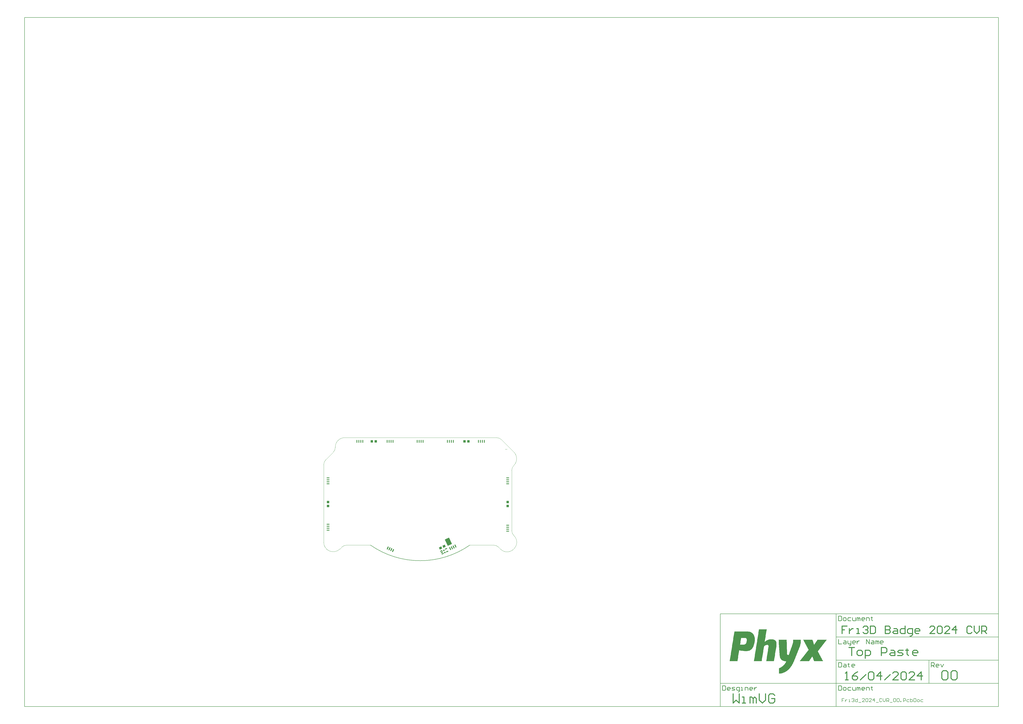
<source format=gtp>
G04*
G04 #@! TF.GenerationSoftware,Altium Limited,Altium Designer,24.4.1 (13)*
G04*
G04 Layer_Color=8421504*
%FSLAX25Y25*%
%MOIN*%
G70*
G04*
G04 #@! TF.SameCoordinates,89CB3089-6BD8-41CF-BEDE-02629DB89CB6*
G04*
G04*
G04 #@! TF.FilePolarity,Positive*
G04*
G01*
G75*
%ADD10C,0.00787*%
%ADD11C,0.00591*%
%ADD12C,0.00394*%
%ADD13C,0.01575*%
%ADD14C,0.00984*%
%ADD15R,0.03937X0.04331*%
G04:AMPARAMS|DCode=16|XSize=15.75mil|YSize=35.43mil|CornerRadius=0mil|HoleSize=0mil|Usage=FLASHONLY|Rotation=295.000|XOffset=0mil|YOffset=0mil|HoleType=Round|Shape=Rectangle|*
%AMROTATEDRECTD16*
4,1,4,-0.01938,-0.00035,0.01273,0.01462,0.01938,0.00035,-0.01273,-0.01462,-0.01938,-0.00035,0.0*
%
%ADD16ROTATEDRECTD16*%

G04:AMPARAMS|DCode=17|XSize=19.68mil|YSize=23.62mil|CornerRadius=0mil|HoleSize=0mil|Usage=FLASHONLY|Rotation=115.000|XOffset=0mil|YOffset=0mil|HoleType=Round|Shape=Rectangle|*
%AMROTATEDRECTD17*
4,1,4,0.01486,-0.00393,-0.00655,-0.01391,-0.01486,0.00393,0.00655,0.01391,0.01486,-0.00393,0.0*
%
%ADD17ROTATEDRECTD17*%

G04:AMPARAMS|DCode=18|XSize=39.37mil|YSize=43.31mil|CornerRadius=0mil|HoleSize=0mil|Usage=FLASHONLY|Rotation=295.000|XOffset=0mil|YOffset=0mil|HoleType=Round|Shape=Rectangle|*
%AMROTATEDRECTD18*
4,1,4,-0.02794,0.00869,0.01131,0.02699,0.02794,-0.00869,-0.01131,-0.02699,-0.02794,0.00869,0.0*
%
%ADD18ROTATEDRECTD18*%

G04:AMPARAMS|DCode=19|XSize=51.18mil|YSize=16.54mil|CornerRadius=0mil|HoleSize=0mil|Usage=FLASHONLY|Rotation=65.000|XOffset=0mil|YOffset=0mil|HoleType=Round|Shape=Rectangle|*
%AMROTATEDRECTD19*
4,1,4,-0.00332,-0.02669,-0.01831,-0.01970,0.00332,0.02669,0.01831,0.01970,-0.00332,-0.02669,0.0*
%
%ADD19ROTATEDRECTD19*%

%ADD20R,0.04331X0.03937*%
G04:AMPARAMS|DCode=21|XSize=118.11mil|YSize=78.74mil|CornerRadius=3.94mil|HoleSize=0mil|Usage=FLASHONLY|Rotation=295.000|XOffset=0mil|YOffset=0mil|HoleType=Round|Shape=RoundedRectangle|*
%AMROUNDEDRECTD21*
21,1,0.11811,0.07087,0,0,295.0*
21,1,0.11024,0.07874,0,0,295.0*
1,1,0.00787,-0.00882,-0.06493*
1,1,0.00787,-0.05541,0.03498*
1,1,0.00787,0.00882,0.06493*
1,1,0.00787,0.05541,-0.03498*
%
%ADD21ROUNDEDRECTD21*%
%ADD22R,0.05118X0.01654*%
%ADD23R,0.01654X0.05118*%
G04:AMPARAMS|DCode=24|XSize=51.18mil|YSize=16.54mil|CornerRadius=0mil|HoleSize=0mil|Usage=FLASHONLY|Rotation=115.000|XOffset=0mil|YOffset=0mil|HoleType=Round|Shape=Rectangle|*
%AMROTATEDRECTD24*
4,1,4,0.01831,-0.01970,0.00332,-0.02669,-0.01831,0.01970,-0.00332,0.02669,0.01831,-0.01970,0.0*
%
%ADD24ROTATEDRECTD24*%

G36*
X557241Y-114219D02*
X558959D01*
Y-114506D01*
X559818D01*
Y-114792D01*
X560676D01*
Y-115078D01*
X561535D01*
Y-115365D01*
X562108D01*
Y-115651D01*
X562394D01*
Y-115937D01*
X562967D01*
Y-116224D01*
X563253D01*
Y-116510D01*
X563826D01*
Y-116796D01*
X564112D01*
Y-117083D01*
X564398D01*
Y-117369D01*
X564685D01*
Y-117655D01*
X564971D01*
Y-117941D01*
X565258D01*
Y-118228D01*
X565544D01*
Y-118514D01*
Y-118800D01*
X565830D01*
Y-119087D01*
X566116D01*
Y-119373D01*
Y-119659D01*
X566403D01*
Y-119946D01*
X566689D01*
Y-120232D01*
Y-120518D01*
X566975D01*
Y-120805D01*
Y-121091D01*
Y-121377D01*
X567262D01*
Y-121663D01*
Y-121950D01*
Y-122236D01*
X567548D01*
Y-122522D01*
Y-122809D01*
Y-123095D01*
Y-123381D01*
X567834D01*
Y-123668D01*
Y-123954D01*
Y-124240D01*
Y-124527D01*
Y-124813D01*
X568121D01*
Y-125099D01*
Y-125385D01*
Y-125672D01*
Y-125958D01*
Y-126244D01*
Y-126531D01*
Y-126817D01*
Y-127103D01*
Y-127390D01*
Y-127676D01*
Y-127962D01*
Y-128249D01*
Y-128535D01*
Y-128821D01*
Y-129108D01*
Y-129394D01*
Y-129680D01*
Y-129966D01*
Y-130253D01*
Y-130539D01*
X567834D01*
Y-130825D01*
Y-131112D01*
Y-131398D01*
Y-131684D01*
Y-131971D01*
Y-132257D01*
Y-132543D01*
X567548D01*
Y-132830D01*
Y-133116D01*
Y-133402D01*
Y-133689D01*
Y-133975D01*
X567262D01*
Y-134261D01*
Y-134547D01*
Y-134834D01*
Y-135120D01*
Y-135406D01*
X566975D01*
Y-135693D01*
Y-135979D01*
Y-136265D01*
X566689D01*
Y-136552D01*
Y-136838D01*
Y-137124D01*
Y-137411D01*
X566403D01*
Y-137697D01*
Y-137983D01*
Y-138270D01*
X566116D01*
Y-138556D01*
Y-138842D01*
X565830D01*
Y-139128D01*
Y-139415D01*
Y-139701D01*
X565544D01*
Y-139988D01*
Y-140274D01*
X565258D01*
Y-140560D01*
Y-140846D01*
X564971D01*
Y-141133D01*
Y-141419D01*
X564685D01*
Y-141705D01*
X564398D01*
Y-141992D01*
Y-142278D01*
X564112D01*
Y-142564D01*
X563826D01*
Y-142851D01*
X563540D01*
Y-143137D01*
Y-143423D01*
X563253D01*
Y-143710D01*
X562967D01*
Y-143996D01*
X562681D01*
Y-144282D01*
X562394D01*
Y-144569D01*
X562108D01*
Y-144855D01*
X561535D01*
Y-145141D01*
X561249D01*
Y-145427D01*
X560676D01*
Y-145714D01*
X560390D01*
Y-146000D01*
X559818D01*
Y-146286D01*
X558959D01*
Y-146573D01*
X558100D01*
Y-146859D01*
X557241D01*
Y-147145D01*
X555523D01*
Y-147432D01*
X550369D01*
Y-147145D01*
X547792D01*
Y-146859D01*
X545788D01*
Y-146573D01*
X544357D01*
Y-146286D01*
X542925D01*
Y-146000D01*
X541494D01*
Y-146286D01*
Y-146573D01*
Y-146859D01*
Y-147145D01*
Y-147432D01*
Y-147718D01*
Y-148004D01*
X541207D01*
Y-148291D01*
Y-148577D01*
Y-148863D01*
Y-149150D01*
Y-149436D01*
Y-149722D01*
X540921D01*
Y-150008D01*
Y-150295D01*
Y-150581D01*
Y-150867D01*
Y-151154D01*
Y-151440D01*
X540635D01*
Y-151726D01*
Y-152013D01*
Y-152299D01*
Y-152585D01*
Y-152872D01*
Y-153158D01*
Y-153444D01*
X540348D01*
Y-153730D01*
Y-154017D01*
Y-154303D01*
Y-154589D01*
Y-154876D01*
Y-155162D01*
X540062D01*
Y-155448D01*
Y-155735D01*
Y-156021D01*
Y-156307D01*
Y-156594D01*
Y-156880D01*
X539776D01*
Y-157166D01*
Y-157453D01*
Y-157739D01*
Y-158025D01*
Y-158311D01*
Y-158598D01*
Y-158884D01*
X539489D01*
Y-159170D01*
Y-159457D01*
Y-159743D01*
Y-160029D01*
Y-160316D01*
Y-160602D01*
X539203D01*
Y-160888D01*
Y-161175D01*
Y-161461D01*
Y-161747D01*
Y-162034D01*
Y-162320D01*
X538917D01*
Y-162606D01*
Y-162892D01*
Y-163179D01*
Y-163465D01*
Y-163751D01*
Y-164038D01*
Y-164324D01*
X525460D01*
Y-164038D01*
X525746D01*
Y-163751D01*
Y-163465D01*
Y-163179D01*
Y-162892D01*
Y-162606D01*
X526033D01*
Y-162320D01*
Y-162034D01*
Y-161747D01*
Y-161461D01*
Y-161175D01*
Y-160888D01*
Y-160602D01*
X526319D01*
Y-160316D01*
Y-160029D01*
Y-159743D01*
Y-159457D01*
Y-159170D01*
Y-158884D01*
X526605D01*
Y-158598D01*
Y-158311D01*
Y-158025D01*
Y-157739D01*
Y-157453D01*
Y-157166D01*
X526892D01*
Y-156880D01*
Y-156594D01*
Y-156307D01*
Y-156021D01*
Y-155735D01*
Y-155448D01*
Y-155162D01*
X527178D01*
Y-154876D01*
Y-154589D01*
Y-154303D01*
Y-154017D01*
Y-153730D01*
Y-153444D01*
X527464D01*
Y-153158D01*
Y-152872D01*
Y-152585D01*
Y-152299D01*
Y-152013D01*
Y-151726D01*
X527750D01*
Y-151440D01*
Y-151154D01*
Y-150867D01*
Y-150581D01*
Y-150295D01*
Y-150008D01*
X528037D01*
Y-149722D01*
Y-149436D01*
Y-149150D01*
Y-148863D01*
Y-148577D01*
Y-148291D01*
Y-148004D01*
X528323D01*
Y-147718D01*
Y-147432D01*
Y-147145D01*
Y-146859D01*
Y-146573D01*
Y-146286D01*
X528609D01*
Y-146000D01*
Y-145714D01*
Y-145427D01*
Y-145141D01*
Y-144855D01*
Y-144569D01*
X528896D01*
Y-144282D01*
Y-143996D01*
Y-143710D01*
Y-143423D01*
Y-143137D01*
Y-142851D01*
X529182D01*
Y-142564D01*
Y-142278D01*
Y-141992D01*
Y-141705D01*
Y-141419D01*
Y-141133D01*
Y-140846D01*
X529468D01*
Y-140560D01*
Y-140274D01*
Y-139988D01*
Y-139701D01*
Y-139415D01*
Y-139128D01*
X529755D01*
Y-138842D01*
Y-138556D01*
Y-138270D01*
Y-137983D01*
Y-137697D01*
Y-137411D01*
X530041D01*
Y-137124D01*
Y-136838D01*
Y-136552D01*
Y-136265D01*
Y-135979D01*
Y-135693D01*
Y-135406D01*
X530327D01*
Y-135120D01*
Y-134834D01*
Y-134547D01*
Y-134261D01*
Y-133975D01*
Y-133689D01*
X530614D01*
Y-133402D01*
Y-133116D01*
Y-132830D01*
Y-132543D01*
Y-132257D01*
Y-131971D01*
X530900D01*
Y-131684D01*
Y-131398D01*
Y-131112D01*
Y-130825D01*
Y-130539D01*
Y-130253D01*
X531186D01*
Y-129966D01*
Y-129680D01*
Y-129394D01*
Y-129108D01*
Y-128821D01*
Y-128535D01*
Y-128249D01*
X531473D01*
Y-127962D01*
Y-127676D01*
Y-127390D01*
Y-127103D01*
Y-126817D01*
Y-126531D01*
X531759D01*
Y-126244D01*
Y-125958D01*
Y-125672D01*
Y-125385D01*
Y-125099D01*
Y-124813D01*
X532045D01*
Y-124527D01*
Y-124240D01*
Y-123954D01*
Y-123668D01*
Y-123381D01*
Y-123095D01*
Y-122809D01*
X532332D01*
Y-122522D01*
Y-122236D01*
Y-121950D01*
Y-121663D01*
Y-121377D01*
Y-121091D01*
X532618D01*
Y-120805D01*
Y-120518D01*
Y-120232D01*
Y-119946D01*
Y-119659D01*
Y-119373D01*
X532904D01*
Y-119087D01*
Y-118800D01*
Y-118514D01*
Y-118228D01*
Y-117941D01*
Y-117655D01*
Y-117369D01*
X533190D01*
Y-117083D01*
Y-116796D01*
Y-116510D01*
Y-116224D01*
Y-115937D01*
Y-115651D01*
X533477D01*
Y-115365D01*
Y-115078D01*
Y-114792D01*
Y-114506D01*
Y-114219D01*
Y-113933D01*
X557241D01*
Y-114219D01*
D02*
G37*
G36*
X588449Y-110784D02*
Y-111070D01*
X588163D01*
Y-111356D01*
Y-111643D01*
Y-111929D01*
Y-112215D01*
Y-112501D01*
Y-112788D01*
X587876D01*
Y-113074D01*
Y-113360D01*
Y-113647D01*
Y-113933D01*
Y-114219D01*
Y-114506D01*
X587590D01*
Y-114792D01*
Y-115078D01*
Y-115365D01*
Y-115651D01*
Y-115937D01*
Y-116224D01*
Y-116510D01*
X587304D01*
Y-116796D01*
Y-117083D01*
Y-117369D01*
Y-117655D01*
Y-117941D01*
Y-118228D01*
X587017D01*
Y-118514D01*
Y-118800D01*
Y-119087D01*
Y-119373D01*
Y-119659D01*
Y-119946D01*
X586731D01*
Y-120232D01*
Y-120518D01*
Y-120805D01*
Y-121091D01*
Y-121377D01*
Y-121663D01*
Y-121950D01*
X586445D01*
Y-122236D01*
Y-122522D01*
Y-122809D01*
Y-123095D01*
Y-123381D01*
Y-123668D01*
X586158D01*
Y-123954D01*
Y-124240D01*
Y-124527D01*
Y-124813D01*
Y-125099D01*
Y-125385D01*
X585872D01*
Y-125672D01*
Y-125958D01*
Y-126244D01*
Y-126531D01*
Y-126817D01*
Y-127103D01*
X585586D01*
Y-127390D01*
Y-127676D01*
Y-127962D01*
Y-128249D01*
Y-128535D01*
Y-128821D01*
Y-129108D01*
X585299D01*
Y-129394D01*
Y-129680D01*
Y-129966D01*
Y-130253D01*
Y-130539D01*
Y-130825D01*
X585013D01*
Y-131112D01*
Y-131398D01*
X585586D01*
Y-131112D01*
X585872D01*
Y-130825D01*
X586158D01*
Y-130539D01*
X586731D01*
Y-130253D01*
X587017D01*
Y-129966D01*
X587304D01*
Y-129680D01*
X587876D01*
Y-129394D01*
X588449D01*
Y-129108D01*
X588735D01*
Y-128821D01*
X589308D01*
Y-128535D01*
X590167D01*
Y-128249D01*
X590739D01*
Y-127962D01*
X591598D01*
Y-127676D01*
X593030D01*
Y-127390D01*
X599329D01*
Y-127676D01*
X600474D01*
Y-127962D01*
X601333D01*
Y-128249D01*
X601905D01*
Y-128535D01*
X602192D01*
Y-128821D01*
X602765D01*
Y-129108D01*
X603051D01*
Y-129394D01*
X603337D01*
Y-129680D01*
X603623D01*
Y-129966D01*
X603910D01*
Y-130253D01*
Y-130539D01*
X604196D01*
Y-130825D01*
Y-131112D01*
X604482D01*
Y-131398D01*
Y-131684D01*
Y-131971D01*
X604769D01*
Y-132257D01*
Y-132543D01*
Y-132830D01*
Y-133116D01*
X605055D01*
Y-133402D01*
Y-133689D01*
Y-133975D01*
Y-134261D01*
Y-134547D01*
Y-134834D01*
Y-135120D01*
Y-135406D01*
Y-135693D01*
Y-135979D01*
Y-136265D01*
Y-136552D01*
Y-136838D01*
Y-137124D01*
Y-137411D01*
Y-137697D01*
Y-137983D01*
Y-138270D01*
X604769D01*
Y-138556D01*
Y-138842D01*
Y-139128D01*
Y-139415D01*
Y-139701D01*
Y-139988D01*
Y-140274D01*
X604482D01*
Y-140560D01*
Y-140846D01*
Y-141133D01*
Y-141419D01*
Y-141705D01*
Y-141992D01*
Y-142278D01*
X604196D01*
Y-142564D01*
Y-142851D01*
Y-143137D01*
Y-143423D01*
Y-143710D01*
Y-143996D01*
X603910D01*
Y-144282D01*
Y-144569D01*
Y-144855D01*
Y-145141D01*
Y-145427D01*
Y-145714D01*
X603623D01*
Y-146000D01*
Y-146286D01*
Y-146573D01*
Y-146859D01*
Y-147145D01*
Y-147432D01*
X603337D01*
Y-147718D01*
Y-148004D01*
Y-148291D01*
Y-148577D01*
Y-148863D01*
Y-149150D01*
Y-149436D01*
X603051D01*
Y-149722D01*
Y-150008D01*
Y-150295D01*
Y-150581D01*
Y-150867D01*
Y-151154D01*
X602765D01*
Y-151440D01*
Y-151726D01*
Y-152013D01*
Y-152299D01*
Y-152585D01*
Y-152872D01*
X602478D01*
Y-153158D01*
Y-153444D01*
Y-153730D01*
Y-154017D01*
Y-154303D01*
Y-154589D01*
Y-154876D01*
X602192D01*
Y-155162D01*
Y-155448D01*
Y-155735D01*
Y-156021D01*
Y-156307D01*
Y-156594D01*
X601905D01*
Y-156880D01*
Y-157166D01*
Y-157453D01*
Y-157739D01*
Y-158025D01*
Y-158311D01*
X601619D01*
Y-158598D01*
Y-158884D01*
Y-159170D01*
Y-159457D01*
Y-159743D01*
Y-160029D01*
X601333D01*
Y-160316D01*
Y-160602D01*
Y-160888D01*
Y-161175D01*
Y-161461D01*
Y-161747D01*
Y-162034D01*
X601047D01*
Y-162320D01*
Y-162606D01*
Y-162892D01*
Y-163179D01*
Y-163465D01*
Y-163751D01*
X600760D01*
Y-164038D01*
Y-164324D01*
X587590D01*
Y-164038D01*
Y-163751D01*
X587876D01*
Y-163465D01*
Y-163179D01*
Y-162892D01*
Y-162606D01*
Y-162320D01*
Y-162034D01*
X588163D01*
Y-161747D01*
Y-161461D01*
Y-161175D01*
Y-160888D01*
Y-160602D01*
Y-160316D01*
Y-160029D01*
X588449D01*
Y-159743D01*
Y-159457D01*
Y-159170D01*
Y-158884D01*
Y-158598D01*
Y-158311D01*
X588735D01*
Y-158025D01*
Y-157739D01*
Y-157453D01*
Y-157166D01*
Y-156880D01*
Y-156594D01*
X589021D01*
Y-156307D01*
Y-156021D01*
Y-155735D01*
Y-155448D01*
Y-155162D01*
Y-154876D01*
Y-154589D01*
X589308D01*
Y-154303D01*
Y-154017D01*
Y-153730D01*
Y-153444D01*
Y-153158D01*
Y-152872D01*
X589594D01*
Y-152585D01*
Y-152299D01*
Y-152013D01*
Y-151726D01*
Y-151440D01*
Y-151154D01*
Y-150867D01*
X589880D01*
Y-150581D01*
Y-150295D01*
Y-150008D01*
Y-149722D01*
Y-149436D01*
Y-149150D01*
X590167D01*
Y-148863D01*
Y-148577D01*
Y-148291D01*
Y-148004D01*
Y-147718D01*
Y-147432D01*
X590453D01*
Y-147145D01*
Y-146859D01*
Y-146573D01*
Y-146286D01*
Y-146000D01*
Y-145714D01*
X590739D01*
Y-145427D01*
Y-145141D01*
Y-144855D01*
Y-144569D01*
Y-144282D01*
Y-143996D01*
Y-143710D01*
X591026D01*
Y-143423D01*
Y-143137D01*
Y-142851D01*
Y-142564D01*
Y-142278D01*
Y-141992D01*
X591312D01*
Y-141705D01*
Y-141419D01*
Y-141133D01*
Y-140846D01*
Y-140560D01*
Y-140274D01*
Y-139988D01*
X591598D01*
Y-139701D01*
Y-139415D01*
Y-139128D01*
Y-138842D01*
Y-138556D01*
Y-138270D01*
X591312D01*
Y-137983D01*
Y-137697D01*
X591026D01*
Y-137411D01*
X590739D01*
Y-137124D01*
X590167D01*
Y-136838D01*
X588449D01*
Y-137124D01*
X587017D01*
Y-137411D01*
X586158D01*
Y-137697D01*
X585586D01*
Y-137983D01*
X585299D01*
Y-138270D01*
X584727D01*
Y-138556D01*
X584440D01*
Y-138842D01*
X584154D01*
Y-139128D01*
Y-139415D01*
X583868D01*
Y-139701D01*
Y-139988D01*
Y-140274D01*
X583581D01*
Y-140560D01*
Y-140846D01*
Y-141133D01*
Y-141419D01*
Y-141705D01*
Y-141992D01*
X583295D01*
Y-142278D01*
Y-142564D01*
Y-142851D01*
Y-143137D01*
Y-143423D01*
Y-143710D01*
Y-143996D01*
X583009D01*
Y-144282D01*
Y-144569D01*
Y-144855D01*
Y-145141D01*
Y-145427D01*
Y-145714D01*
X582723D01*
Y-146000D01*
Y-146286D01*
Y-146573D01*
Y-146859D01*
Y-147145D01*
Y-147432D01*
X582436D01*
Y-147718D01*
Y-148004D01*
Y-148291D01*
Y-148577D01*
Y-148863D01*
Y-149150D01*
X582150D01*
Y-149436D01*
Y-149722D01*
Y-150008D01*
Y-150295D01*
Y-150581D01*
Y-150867D01*
Y-151154D01*
X581864D01*
Y-151440D01*
Y-151726D01*
Y-152013D01*
Y-152299D01*
Y-152585D01*
Y-152872D01*
X581577D01*
Y-153158D01*
Y-153444D01*
Y-153730D01*
Y-154017D01*
Y-154303D01*
Y-154589D01*
X581291D01*
Y-154876D01*
Y-155162D01*
Y-155448D01*
Y-155735D01*
Y-156021D01*
Y-156307D01*
Y-156594D01*
X581005D01*
Y-156880D01*
Y-157166D01*
Y-157453D01*
Y-157739D01*
Y-158025D01*
Y-158311D01*
X580718D01*
Y-158598D01*
Y-158884D01*
Y-159170D01*
Y-159457D01*
Y-159743D01*
Y-160029D01*
X580432D01*
Y-160316D01*
Y-160602D01*
Y-160888D01*
Y-161175D01*
Y-161461D01*
Y-161747D01*
X580146D01*
Y-162034D01*
Y-162320D01*
Y-162606D01*
Y-162892D01*
Y-163179D01*
Y-163465D01*
Y-163751D01*
X579859D01*
Y-164038D01*
Y-164324D01*
X566689D01*
Y-164038D01*
Y-163751D01*
X566975D01*
Y-163465D01*
Y-163179D01*
Y-162892D01*
Y-162606D01*
Y-162320D01*
Y-162034D01*
Y-161747D01*
X567262D01*
Y-161461D01*
Y-161175D01*
Y-160888D01*
Y-160602D01*
Y-160316D01*
Y-160029D01*
X567548D01*
Y-159743D01*
Y-159457D01*
Y-159170D01*
Y-158884D01*
Y-158598D01*
Y-158311D01*
X567834D01*
Y-158025D01*
Y-157739D01*
Y-157453D01*
Y-157166D01*
Y-156880D01*
Y-156594D01*
Y-156307D01*
X568121D01*
Y-156021D01*
Y-155735D01*
Y-155448D01*
Y-155162D01*
Y-154876D01*
Y-154589D01*
X568407D01*
Y-154303D01*
Y-154017D01*
Y-153730D01*
Y-153444D01*
Y-153158D01*
Y-152872D01*
X568693D01*
Y-152585D01*
Y-152299D01*
Y-152013D01*
Y-151726D01*
Y-151440D01*
Y-151154D01*
X568980D01*
Y-150867D01*
Y-150581D01*
Y-150295D01*
Y-150008D01*
Y-149722D01*
Y-149436D01*
Y-149150D01*
X569266D01*
Y-148863D01*
Y-148577D01*
Y-148291D01*
Y-148004D01*
Y-147718D01*
Y-147432D01*
X569552D01*
Y-147145D01*
Y-146859D01*
Y-146573D01*
Y-146286D01*
Y-146000D01*
Y-145714D01*
X569838D01*
Y-145427D01*
Y-145141D01*
Y-144855D01*
Y-144569D01*
Y-144282D01*
Y-143996D01*
Y-143710D01*
X570125D01*
Y-143423D01*
Y-143137D01*
Y-142851D01*
Y-142564D01*
Y-142278D01*
Y-141992D01*
X570411D01*
Y-141705D01*
Y-141419D01*
Y-141133D01*
Y-140846D01*
Y-140560D01*
Y-140274D01*
X570697D01*
Y-139988D01*
Y-139701D01*
Y-139415D01*
Y-139128D01*
Y-138842D01*
Y-138556D01*
X570984D01*
Y-138270D01*
Y-137983D01*
Y-137697D01*
Y-137411D01*
Y-137124D01*
Y-136838D01*
Y-136552D01*
X571270D01*
Y-136265D01*
Y-135979D01*
Y-135693D01*
Y-135406D01*
Y-135120D01*
Y-134834D01*
X571556D01*
Y-134547D01*
Y-134261D01*
Y-133975D01*
Y-133689D01*
Y-133402D01*
Y-133116D01*
X571843D01*
Y-132830D01*
Y-132543D01*
Y-132257D01*
Y-131971D01*
Y-131684D01*
Y-131398D01*
X572129D01*
Y-131112D01*
Y-130825D01*
Y-130539D01*
Y-130253D01*
Y-129966D01*
Y-129680D01*
Y-129394D01*
X572415D01*
Y-129108D01*
Y-128821D01*
Y-128535D01*
Y-128249D01*
Y-127962D01*
Y-127676D01*
X572702D01*
Y-127390D01*
Y-127103D01*
Y-126817D01*
Y-126531D01*
Y-126244D01*
Y-125958D01*
X572988D01*
Y-125672D01*
Y-125385D01*
Y-125099D01*
Y-124813D01*
Y-124527D01*
Y-124240D01*
Y-123954D01*
X573274D01*
Y-123668D01*
Y-123381D01*
Y-123095D01*
Y-122809D01*
Y-122522D01*
Y-122236D01*
X573560D01*
Y-121950D01*
Y-121663D01*
Y-121377D01*
Y-121091D01*
Y-120805D01*
Y-120518D01*
X573847D01*
Y-120232D01*
Y-119946D01*
Y-119659D01*
Y-119373D01*
Y-119087D01*
Y-118800D01*
X574133D01*
Y-118514D01*
Y-118228D01*
Y-117941D01*
Y-117655D01*
Y-117369D01*
Y-117083D01*
Y-116796D01*
X574419D01*
Y-116510D01*
Y-116224D01*
Y-115937D01*
Y-115651D01*
Y-115365D01*
Y-115078D01*
X574706D01*
Y-114792D01*
Y-114506D01*
Y-114219D01*
Y-113933D01*
Y-113647D01*
Y-113360D01*
X574992D01*
Y-113074D01*
Y-112788D01*
Y-112501D01*
Y-112215D01*
Y-111929D01*
Y-111643D01*
Y-111356D01*
X575278D01*
Y-111070D01*
Y-110784D01*
Y-110497D01*
X588449D01*
Y-110784D01*
D02*
G37*
G36*
X690376Y-128249D02*
X690090D01*
Y-128535D01*
X689804D01*
Y-128821D01*
Y-129108D01*
X689517D01*
Y-129394D01*
X689231D01*
Y-129680D01*
X688945D01*
Y-129966D01*
Y-130253D01*
X688658D01*
Y-130539D01*
X688372D01*
Y-130825D01*
X688086D01*
Y-131112D01*
X687799D01*
Y-131398D01*
Y-131684D01*
X687513D01*
Y-131971D01*
X687227D01*
Y-132257D01*
X686940D01*
Y-132543D01*
Y-132830D01*
X686654D01*
Y-133116D01*
X686368D01*
Y-133402D01*
X686082D01*
Y-133689D01*
X685795D01*
Y-133975D01*
Y-134261D01*
X685509D01*
Y-134547D01*
X685223D01*
Y-134834D01*
X684936D01*
Y-135120D01*
Y-135406D01*
X684650D01*
Y-135693D01*
X684364D01*
Y-135979D01*
X684077D01*
Y-136265D01*
Y-136552D01*
X683791D01*
Y-136838D01*
X683505D01*
Y-137124D01*
X683218D01*
Y-137411D01*
X682932D01*
Y-137697D01*
Y-137983D01*
X682646D01*
Y-138270D01*
X682359D01*
Y-138556D01*
X682073D01*
Y-138842D01*
Y-139128D01*
X681787D01*
Y-139415D01*
X681500D01*
Y-139701D01*
X681214D01*
Y-139988D01*
Y-140274D01*
X680928D01*
Y-140560D01*
X680642D01*
Y-140846D01*
X680355D01*
Y-141133D01*
X680069D01*
Y-141419D01*
Y-141705D01*
X679783D01*
Y-141992D01*
X679496D01*
Y-142278D01*
X679210D01*
Y-142564D01*
Y-142851D01*
X678924D01*
Y-143137D01*
X678637D01*
Y-143423D01*
X678351D01*
Y-143710D01*
Y-143996D01*
X678065D01*
Y-144282D01*
X677778D01*
Y-144569D01*
X677492D01*
Y-144855D01*
X677206D01*
Y-145141D01*
Y-145427D01*
X676920D01*
Y-145714D01*
X676633D01*
Y-146000D01*
X676347D01*
Y-146286D01*
Y-146573D01*
X676060D01*
Y-146859D01*
X675774D01*
Y-147145D01*
X675488D01*
Y-147432D01*
X675202D01*
Y-147718D01*
Y-148004D01*
X675488D01*
Y-148291D01*
Y-148577D01*
X675774D01*
Y-148863D01*
Y-149150D01*
X676060D01*
Y-149436D01*
X676347D01*
Y-149722D01*
Y-150008D01*
X676633D01*
Y-150295D01*
Y-150581D01*
X676920D01*
Y-150867D01*
Y-151154D01*
X677206D01*
Y-151440D01*
Y-151726D01*
X677492D01*
Y-152013D01*
Y-152299D01*
X677778D01*
Y-152585D01*
Y-152872D01*
X678065D01*
Y-153158D01*
Y-153444D01*
X678351D01*
Y-153730D01*
Y-154017D01*
X678637D01*
Y-154303D01*
X678924D01*
Y-154589D01*
Y-154876D01*
X679210D01*
Y-155162D01*
Y-155448D01*
X679496D01*
Y-155735D01*
Y-156021D01*
X679783D01*
Y-156307D01*
Y-156594D01*
X680069D01*
Y-156880D01*
Y-157166D01*
X680355D01*
Y-157453D01*
Y-157739D01*
X680642D01*
Y-158025D01*
Y-158311D01*
X680928D01*
Y-158598D01*
X681214D01*
Y-158884D01*
Y-159170D01*
X681500D01*
Y-159457D01*
Y-159743D01*
X681787D01*
Y-160029D01*
Y-160316D01*
X682073D01*
Y-160602D01*
Y-160888D01*
X682359D01*
Y-161175D01*
Y-161461D01*
X682646D01*
Y-161747D01*
Y-162034D01*
X682932D01*
Y-162320D01*
Y-162606D01*
X683218D01*
Y-162892D01*
X683505D01*
Y-163179D01*
Y-163465D01*
X683791D01*
Y-163751D01*
Y-164038D01*
X684077D01*
Y-164324D01*
X668903D01*
Y-164038D01*
X668616D01*
Y-163751D01*
Y-163465D01*
Y-163179D01*
X668330D01*
Y-162892D01*
Y-162606D01*
Y-162320D01*
X668044D01*
Y-162034D01*
Y-161747D01*
X667758D01*
Y-161461D01*
Y-161175D01*
Y-160888D01*
X667471D01*
Y-160602D01*
Y-160316D01*
Y-160029D01*
X667185D01*
Y-159743D01*
Y-159457D01*
X666898D01*
Y-159170D01*
Y-158884D01*
Y-158598D01*
X666612D01*
Y-158311D01*
Y-158025D01*
Y-157739D01*
X666326D01*
Y-157453D01*
Y-157166D01*
Y-156880D01*
X666040D01*
Y-156594D01*
X665467D01*
Y-156880D01*
Y-157166D01*
X665181D01*
Y-157453D01*
X664894D01*
Y-157739D01*
Y-158025D01*
X664608D01*
Y-158311D01*
X664322D01*
Y-158598D01*
Y-158884D01*
X664035D01*
Y-159170D01*
X663749D01*
Y-159457D01*
Y-159743D01*
X663463D01*
Y-160029D01*
X663176D01*
Y-160316D01*
X662890D01*
Y-160602D01*
Y-160888D01*
X662604D01*
Y-161175D01*
X662318D01*
Y-161461D01*
Y-161747D01*
X662031D01*
Y-162034D01*
X661745D01*
Y-162320D01*
Y-162606D01*
X661459D01*
Y-162892D01*
X661172D01*
Y-163179D01*
Y-163465D01*
X660886D01*
Y-163751D01*
X660600D01*
Y-164038D01*
Y-164324D01*
X644566D01*
Y-164038D01*
X644852D01*
Y-163751D01*
X645139D01*
Y-163465D01*
X645425D01*
Y-163179D01*
X645711D01*
Y-162892D01*
Y-162606D01*
X645998D01*
Y-162320D01*
X646284D01*
Y-162034D01*
X646570D01*
Y-161747D01*
X646857D01*
Y-161461D01*
Y-161175D01*
X647143D01*
Y-160888D01*
X647429D01*
Y-160602D01*
X647716D01*
Y-160316D01*
Y-160029D01*
X648002D01*
Y-159743D01*
X648288D01*
Y-159457D01*
X648574D01*
Y-159170D01*
X648861D01*
Y-158884D01*
Y-158598D01*
X649147D01*
Y-158311D01*
X649433D01*
Y-158025D01*
X649720D01*
Y-157739D01*
X650006D01*
Y-157453D01*
Y-157166D01*
X650292D01*
Y-156880D01*
X650579D01*
Y-156594D01*
X650865D01*
Y-156307D01*
Y-156021D01*
X651151D01*
Y-155735D01*
X651438D01*
Y-155448D01*
X651724D01*
Y-155162D01*
X652010D01*
Y-154876D01*
Y-154589D01*
X652297D01*
Y-154303D01*
X652583D01*
Y-154017D01*
X652869D01*
Y-153730D01*
Y-153444D01*
X653156D01*
Y-153158D01*
X653442D01*
Y-152872D01*
X653728D01*
Y-152585D01*
X654014D01*
Y-152299D01*
Y-152013D01*
X654301D01*
Y-151726D01*
X654587D01*
Y-151440D01*
X654873D01*
Y-151154D01*
Y-150867D01*
X655160D01*
Y-150581D01*
X655446D01*
Y-150295D01*
X655732D01*
Y-150008D01*
X656019D01*
Y-149722D01*
Y-149436D01*
X656305D01*
Y-149150D01*
X656591D01*
Y-148863D01*
X656878D01*
Y-148577D01*
X657164D01*
Y-148291D01*
Y-148004D01*
X657450D01*
Y-147718D01*
X657736D01*
Y-147432D01*
X658023D01*
Y-147145D01*
Y-146859D01*
X658309D01*
Y-146573D01*
X658596D01*
Y-146286D01*
X658882D01*
Y-146000D01*
X659168D01*
Y-145714D01*
Y-145427D01*
X659454D01*
Y-145141D01*
Y-144855D01*
Y-144569D01*
X659168D01*
Y-144282D01*
X658882D01*
Y-143996D01*
Y-143710D01*
X658596D01*
Y-143423D01*
Y-143137D01*
X658309D01*
Y-142851D01*
Y-142564D01*
X658023D01*
Y-142278D01*
Y-141992D01*
X657736D01*
Y-141705D01*
Y-141419D01*
X657450D01*
Y-141133D01*
Y-140846D01*
X657164D01*
Y-140560D01*
X656878D01*
Y-140274D01*
Y-139988D01*
X656591D01*
Y-139701D01*
Y-139415D01*
X656305D01*
Y-139128D01*
Y-138842D01*
X656019D01*
Y-138556D01*
Y-138270D01*
X655732D01*
Y-137983D01*
Y-137697D01*
X655446D01*
Y-137411D01*
Y-137124D01*
X655160D01*
Y-136838D01*
X654873D01*
Y-136552D01*
Y-136265D01*
X654587D01*
Y-135979D01*
Y-135693D01*
X654301D01*
Y-135406D01*
Y-135120D01*
X654014D01*
Y-134834D01*
Y-134547D01*
X653728D01*
Y-134261D01*
Y-133975D01*
X653442D01*
Y-133689D01*
Y-133402D01*
X653156D01*
Y-133116D01*
Y-132830D01*
X652869D01*
Y-132543D01*
X652583D01*
Y-132257D01*
Y-131971D01*
X652297D01*
Y-131684D01*
Y-131398D01*
X652010D01*
Y-131112D01*
Y-130825D01*
X651724D01*
Y-130539D01*
Y-130253D01*
X651438D01*
Y-129966D01*
Y-129680D01*
X651151D01*
Y-129394D01*
Y-129108D01*
X650865D01*
Y-128821D01*
X650579D01*
Y-128535D01*
Y-128249D01*
X650292D01*
Y-127962D01*
X666040D01*
Y-128249D01*
X666326D01*
Y-128535D01*
Y-128821D01*
Y-129108D01*
X666612D01*
Y-129394D01*
Y-129680D01*
Y-129966D01*
X666898D01*
Y-130253D01*
Y-130539D01*
Y-130825D01*
X667185D01*
Y-131112D01*
Y-131398D01*
Y-131684D01*
X667471D01*
Y-131971D01*
Y-132257D01*
Y-132543D01*
X667758D01*
Y-132830D01*
Y-133116D01*
Y-133402D01*
X668044D01*
Y-133689D01*
Y-133975D01*
Y-134261D01*
X668330D01*
Y-134547D01*
Y-134834D01*
Y-135120D01*
X668616D01*
Y-135406D01*
Y-135693D01*
Y-135979D01*
Y-136265D01*
X669189D01*
Y-135979D01*
X669475D01*
Y-135693D01*
X669762D01*
Y-135406D01*
Y-135120D01*
X670048D01*
Y-134834D01*
X670334D01*
Y-134547D01*
Y-134261D01*
X670621D01*
Y-133975D01*
X670907D01*
Y-133689D01*
Y-133402D01*
X671193D01*
Y-133116D01*
X671480D01*
Y-132830D01*
Y-132543D01*
X671766D01*
Y-132257D01*
X672052D01*
Y-131971D01*
Y-131684D01*
X672338D01*
Y-131398D01*
X672625D01*
Y-131112D01*
Y-130825D01*
X672911D01*
Y-130539D01*
X673197D01*
Y-130253D01*
Y-129966D01*
X673484D01*
Y-129680D01*
X673770D01*
Y-129394D01*
Y-129108D01*
X674056D01*
Y-128821D01*
X674343D01*
Y-128535D01*
Y-128249D01*
X674629D01*
Y-127962D01*
X690376D01*
Y-128249D01*
D02*
G37*
G36*
X646284D02*
Y-128535D01*
Y-128821D01*
Y-129108D01*
Y-129394D01*
Y-129680D01*
Y-129966D01*
Y-130253D01*
Y-130539D01*
Y-130825D01*
Y-131112D01*
Y-131398D01*
Y-131684D01*
Y-131971D01*
Y-132257D01*
Y-132543D01*
Y-132830D01*
Y-133116D01*
Y-133402D01*
Y-133689D01*
Y-133975D01*
X645998D01*
Y-134261D01*
Y-134547D01*
Y-134834D01*
Y-135120D01*
Y-135406D01*
X645711D01*
Y-135693D01*
Y-135979D01*
Y-136265D01*
Y-136552D01*
X645425D01*
Y-136838D01*
Y-137124D01*
Y-137411D01*
Y-137697D01*
X645139D01*
Y-137983D01*
Y-138270D01*
Y-138556D01*
X644852D01*
Y-138842D01*
Y-139128D01*
Y-139415D01*
X644566D01*
Y-139701D01*
Y-139988D01*
Y-140274D01*
X644280D01*
Y-140560D01*
Y-140846D01*
Y-141133D01*
X643994D01*
Y-141419D01*
Y-141705D01*
X643707D01*
Y-141992D01*
Y-142278D01*
X643421D01*
Y-142564D01*
Y-142851D01*
Y-143137D01*
X643135D01*
Y-143423D01*
Y-143710D01*
X642848D01*
Y-143996D01*
Y-144282D01*
Y-144569D01*
X642562D01*
Y-144855D01*
Y-145141D01*
X642276D01*
Y-145427D01*
Y-145714D01*
Y-146000D01*
X641989D01*
Y-146286D01*
Y-146573D01*
X641703D01*
Y-146859D01*
Y-147145D01*
Y-147432D01*
X641417D01*
Y-147718D01*
Y-148004D01*
X641130D01*
Y-148291D01*
Y-148577D01*
Y-148863D01*
X640844D01*
Y-149150D01*
Y-149436D01*
X640558D01*
Y-149722D01*
Y-150008D01*
Y-150295D01*
X640271D01*
Y-150581D01*
Y-150867D01*
X639985D01*
Y-151154D01*
Y-151440D01*
Y-151726D01*
X639699D01*
Y-152013D01*
Y-152299D01*
X639412D01*
Y-152585D01*
Y-152872D01*
Y-153158D01*
X639126D01*
Y-153444D01*
Y-153730D01*
X638840D01*
Y-154017D01*
Y-154303D01*
Y-154589D01*
X638554D01*
Y-154876D01*
Y-155162D01*
X638267D01*
Y-155448D01*
Y-155735D01*
Y-156021D01*
X637981D01*
Y-156307D01*
Y-156594D01*
X637695D01*
Y-156880D01*
Y-157166D01*
Y-157453D01*
X637408D01*
Y-157739D01*
Y-158025D01*
X637122D01*
Y-158311D01*
Y-158598D01*
Y-158884D01*
X636836D01*
Y-159170D01*
Y-159457D01*
X636549D01*
Y-159743D01*
Y-160029D01*
Y-160316D01*
X636263D01*
Y-160602D01*
Y-160888D01*
X635977D01*
Y-161175D01*
Y-161461D01*
Y-161747D01*
X635690D01*
Y-162034D01*
Y-162320D01*
X635404D01*
Y-162606D01*
Y-162892D01*
Y-163179D01*
X635118D01*
Y-163465D01*
Y-163751D01*
X634831D01*
Y-164038D01*
Y-164324D01*
Y-164610D01*
X634545D01*
Y-164897D01*
Y-165183D01*
X634259D01*
Y-165469D01*
Y-165756D01*
X633973D01*
Y-166042D01*
Y-166328D01*
X633686D01*
Y-166615D01*
Y-166901D01*
Y-167187D01*
X633400D01*
Y-167473D01*
X633114D01*
Y-167760D01*
Y-168046D01*
Y-168333D01*
X632827D01*
Y-168619D01*
X632541D01*
Y-168905D01*
Y-169191D01*
X632255D01*
Y-169478D01*
Y-169764D01*
X631968D01*
Y-170050D01*
Y-170337D01*
X631682D01*
Y-170623D01*
Y-170909D01*
X631396D01*
Y-171196D01*
X631109D01*
Y-171482D01*
Y-171768D01*
X630823D01*
Y-172055D01*
Y-172341D01*
X630537D01*
Y-172627D01*
X630251D01*
Y-172914D01*
X629964D01*
Y-173200D01*
Y-173486D01*
X629678D01*
Y-173772D01*
X629392D01*
Y-174059D01*
Y-174345D01*
X629105D01*
Y-174631D01*
X628819D01*
Y-174918D01*
X628533D01*
Y-175204D01*
Y-175490D01*
X628246D01*
Y-175777D01*
X627960D01*
Y-176063D01*
X627674D01*
Y-176349D01*
X627387D01*
Y-176636D01*
X627101D01*
Y-176922D01*
Y-177208D01*
X626815D01*
Y-177495D01*
X626528D01*
Y-177781D01*
X626242D01*
Y-178067D01*
X625956D01*
Y-178353D01*
X625669D01*
Y-178640D01*
X625383D01*
Y-178926D01*
X625097D01*
Y-179212D01*
X624524D01*
Y-179499D01*
X624238D01*
Y-179785D01*
X623952D01*
Y-180071D01*
X623665D01*
Y-180358D01*
X623379D01*
Y-180644D01*
X622806D01*
Y-180930D01*
X622520D01*
Y-181217D01*
X621947D01*
Y-181503D01*
X621661D01*
Y-181789D01*
X621089D01*
Y-182076D01*
X620802D01*
Y-182362D01*
X620229D01*
Y-182648D01*
X619657D01*
Y-182934D01*
X619084D01*
Y-183221D01*
X618512D01*
Y-183507D01*
X617939D01*
Y-183793D01*
X617080D01*
Y-184080D01*
X616507D01*
Y-184366D01*
X615649D01*
Y-184652D01*
X614503D01*
Y-184939D01*
X613358D01*
Y-185225D01*
X611640D01*
Y-185511D01*
X609636D01*
Y-185798D01*
X609350D01*
Y-185511D01*
Y-185225D01*
Y-184939D01*
Y-184652D01*
Y-184366D01*
Y-184080D01*
Y-183793D01*
Y-183507D01*
Y-183221D01*
Y-182934D01*
Y-182648D01*
Y-182362D01*
Y-182076D01*
Y-181789D01*
Y-181503D01*
Y-181217D01*
Y-180930D01*
Y-180644D01*
Y-180358D01*
Y-180071D01*
Y-179785D01*
Y-179499D01*
Y-179212D01*
Y-178926D01*
Y-178640D01*
Y-178353D01*
Y-178067D01*
Y-177781D01*
Y-177495D01*
Y-177208D01*
Y-176922D01*
Y-176636D01*
Y-176349D01*
X609922D01*
Y-176063D01*
X610495D01*
Y-175777D01*
X611067D01*
Y-175490D01*
X611640D01*
Y-175204D01*
X612213D01*
Y-174918D01*
X612785D01*
Y-174631D01*
X613072D01*
Y-174345D01*
X613644D01*
Y-174059D01*
X613931D01*
Y-173772D01*
X614503D01*
Y-173486D01*
X614790D01*
Y-173200D01*
X615076D01*
Y-172914D01*
X615649D01*
Y-172627D01*
X615935D01*
Y-172341D01*
X616221D01*
Y-172055D01*
X616507D01*
Y-171768D01*
X616794D01*
Y-171482D01*
X617080D01*
Y-171196D01*
X617366D01*
Y-170909D01*
X617653D01*
Y-170623D01*
X617939D01*
Y-170337D01*
X618225D01*
Y-170050D01*
X618512D01*
Y-169764D01*
X618798D01*
Y-169478D01*
Y-169191D01*
X619084D01*
Y-168905D01*
X619371D01*
Y-168619D01*
X619657D01*
Y-168333D01*
Y-168046D01*
X619943D01*
Y-167760D01*
X620229D01*
Y-167473D01*
Y-167187D01*
X620516D01*
Y-166901D01*
Y-166615D01*
X620802D01*
Y-166328D01*
X621089D01*
Y-166042D01*
Y-165756D01*
X621375D01*
Y-165469D01*
Y-165183D01*
X621661D01*
Y-164897D01*
Y-164610D01*
X619943D01*
Y-164324D01*
X617939D01*
Y-164038D01*
X616794D01*
Y-163751D01*
X616221D01*
Y-163465D01*
X615362D01*
Y-163179D01*
X614790D01*
Y-162892D01*
X614503D01*
Y-162606D01*
X613931D01*
Y-162320D01*
X613644D01*
Y-162034D01*
X613358D01*
Y-161747D01*
X613072D01*
Y-161461D01*
X612785D01*
Y-161175D01*
X612499D01*
Y-160888D01*
Y-160602D01*
X612213D01*
Y-160316D01*
X611927D01*
Y-160029D01*
Y-159743D01*
X611640D01*
Y-159457D01*
Y-159170D01*
X611354D01*
Y-158884D01*
Y-158598D01*
X611067D01*
Y-158311D01*
Y-158025D01*
Y-157739D01*
X610781D01*
Y-157453D01*
Y-157166D01*
Y-156880D01*
Y-156594D01*
X610495D01*
Y-156307D01*
Y-156021D01*
Y-155735D01*
Y-155448D01*
Y-155162D01*
Y-154876D01*
Y-154589D01*
X610209D01*
Y-154303D01*
Y-154017D01*
Y-153730D01*
Y-153444D01*
Y-153158D01*
Y-152872D01*
Y-152585D01*
Y-152299D01*
Y-152013D01*
Y-151726D01*
Y-151440D01*
Y-151154D01*
Y-150867D01*
Y-150581D01*
Y-150295D01*
X609922D01*
Y-150008D01*
Y-149722D01*
Y-149436D01*
Y-149150D01*
Y-148863D01*
Y-148577D01*
Y-148291D01*
Y-148004D01*
Y-147718D01*
Y-147432D01*
Y-147145D01*
Y-146859D01*
Y-146573D01*
Y-146286D01*
Y-146000D01*
X609636D01*
Y-145714D01*
Y-145427D01*
Y-145141D01*
Y-144855D01*
Y-144569D01*
Y-144282D01*
Y-143996D01*
Y-143710D01*
Y-143423D01*
Y-143137D01*
Y-142851D01*
Y-142564D01*
Y-142278D01*
Y-141992D01*
Y-141705D01*
Y-141419D01*
X609350D01*
Y-141133D01*
Y-140846D01*
Y-140560D01*
Y-140274D01*
Y-139988D01*
Y-139701D01*
Y-139415D01*
Y-139128D01*
Y-138842D01*
Y-138556D01*
Y-138270D01*
Y-137983D01*
Y-137697D01*
Y-137411D01*
Y-137124D01*
Y-136838D01*
X609063D01*
Y-136552D01*
Y-136265D01*
Y-135979D01*
Y-135693D01*
Y-135406D01*
Y-135120D01*
Y-134834D01*
Y-134547D01*
Y-134261D01*
Y-133975D01*
Y-133689D01*
Y-133402D01*
Y-133116D01*
Y-132830D01*
X608777D01*
Y-132543D01*
Y-132257D01*
Y-131971D01*
Y-131684D01*
Y-131398D01*
Y-131112D01*
Y-130825D01*
Y-130539D01*
Y-130253D01*
Y-129966D01*
Y-129680D01*
Y-129394D01*
Y-129108D01*
Y-128821D01*
Y-128535D01*
Y-128249D01*
X608491D01*
Y-127962D01*
X622234D01*
Y-128249D01*
Y-128535D01*
Y-128821D01*
Y-129108D01*
Y-129394D01*
Y-129680D01*
Y-129966D01*
Y-130253D01*
Y-130539D01*
Y-130825D01*
Y-131112D01*
Y-131398D01*
Y-131684D01*
Y-131971D01*
X622520D01*
Y-132257D01*
Y-132543D01*
Y-132830D01*
Y-133116D01*
Y-133402D01*
Y-133689D01*
Y-133975D01*
Y-134261D01*
Y-134547D01*
Y-134834D01*
Y-135120D01*
Y-135406D01*
Y-135693D01*
Y-135979D01*
Y-136265D01*
Y-136552D01*
Y-136838D01*
Y-137124D01*
Y-137411D01*
Y-137697D01*
Y-137983D01*
Y-138270D01*
Y-138556D01*
Y-138842D01*
Y-139128D01*
Y-139415D01*
Y-139701D01*
Y-139988D01*
Y-140274D01*
Y-140560D01*
Y-140846D01*
Y-141133D01*
Y-141419D01*
Y-141705D01*
Y-141992D01*
Y-142278D01*
Y-142564D01*
Y-142851D01*
Y-143137D01*
Y-143423D01*
Y-143710D01*
X622806D01*
Y-143996D01*
X622520D01*
Y-144282D01*
Y-144569D01*
X622806D01*
Y-144855D01*
Y-145141D01*
Y-145427D01*
Y-145714D01*
Y-146000D01*
Y-146286D01*
Y-146573D01*
Y-146859D01*
Y-147145D01*
Y-147432D01*
Y-147718D01*
Y-148004D01*
Y-148291D01*
Y-148577D01*
Y-148863D01*
Y-149150D01*
Y-149436D01*
Y-149722D01*
Y-150008D01*
Y-150295D01*
Y-150581D01*
Y-150867D01*
Y-151154D01*
Y-151440D01*
Y-151726D01*
Y-152013D01*
X623093D01*
Y-152299D01*
Y-152585D01*
Y-152872D01*
X623379D01*
Y-153158D01*
X623665D01*
Y-153444D01*
X623952D01*
Y-153730D01*
X624811D01*
Y-154017D01*
X625669D01*
Y-153730D01*
X625956D01*
Y-153444D01*
Y-153158D01*
Y-152872D01*
X626242D01*
Y-152585D01*
Y-152299D01*
X626528D01*
Y-152013D01*
Y-151726D01*
Y-151440D01*
X626815D01*
Y-151154D01*
Y-150867D01*
Y-150581D01*
X627101D01*
Y-150295D01*
Y-150008D01*
Y-149722D01*
X627387D01*
Y-149436D01*
Y-149150D01*
Y-148863D01*
X627674D01*
Y-148577D01*
Y-148291D01*
X627960D01*
Y-148004D01*
Y-147718D01*
Y-147432D01*
X628246D01*
Y-147145D01*
Y-146859D01*
Y-146573D01*
X628533D01*
Y-146286D01*
Y-146000D01*
Y-145714D01*
X628819D01*
Y-145427D01*
Y-145141D01*
X629105D01*
Y-144855D01*
Y-144569D01*
Y-144282D01*
X629392D01*
Y-143996D01*
Y-143710D01*
Y-143423D01*
X629678D01*
Y-143137D01*
Y-142851D01*
Y-142564D01*
X629964D01*
Y-142278D01*
Y-141992D01*
X630251D01*
Y-141705D01*
Y-141419D01*
Y-141133D01*
X630537D01*
Y-140846D01*
Y-140560D01*
Y-140274D01*
X630823D01*
Y-139988D01*
Y-139701D01*
Y-139415D01*
X631109D01*
Y-139128D01*
Y-138842D01*
X631396D01*
Y-138556D01*
Y-138270D01*
Y-137983D01*
X631682D01*
Y-137697D01*
Y-137411D01*
Y-137124D01*
X631968D01*
Y-136838D01*
Y-136552D01*
Y-136265D01*
X632255D01*
Y-135979D01*
Y-135693D01*
Y-135406D01*
Y-135120D01*
X632541D01*
Y-134834D01*
Y-134547D01*
Y-134261D01*
Y-133975D01*
X632827D01*
Y-133689D01*
Y-133402D01*
Y-133116D01*
Y-132830D01*
Y-132543D01*
X633114D01*
Y-132257D01*
Y-131971D01*
Y-131684D01*
Y-131398D01*
Y-131112D01*
Y-130825D01*
X633400D01*
Y-130539D01*
Y-130253D01*
Y-129966D01*
Y-129680D01*
Y-129394D01*
Y-129108D01*
Y-128821D01*
Y-128535D01*
Y-128249D01*
Y-127962D01*
X646284D01*
Y-128249D01*
D02*
G37*
%LPC*%
G36*
X552946Y-125099D02*
X544929D01*
Y-125385D01*
Y-125672D01*
Y-125958D01*
Y-126244D01*
Y-126531D01*
X544643D01*
Y-126817D01*
Y-127103D01*
Y-127390D01*
Y-127676D01*
Y-127962D01*
Y-128249D01*
X544357D01*
Y-128535D01*
Y-128821D01*
Y-129108D01*
Y-129394D01*
Y-129680D01*
Y-129966D01*
X544070D01*
Y-130253D01*
Y-130539D01*
Y-130825D01*
Y-131112D01*
Y-131398D01*
Y-131684D01*
X543784D01*
Y-131971D01*
Y-132257D01*
Y-132543D01*
Y-132830D01*
Y-133116D01*
Y-133402D01*
Y-133689D01*
X543498D01*
Y-133975D01*
Y-134261D01*
Y-134547D01*
Y-134834D01*
Y-135120D01*
Y-135406D01*
X543211D01*
Y-135693D01*
Y-135979D01*
Y-136265D01*
X550369D01*
Y-135979D01*
X551514D01*
Y-135693D01*
X552087D01*
Y-135406D01*
X552373D01*
Y-135120D01*
X552660D01*
Y-134834D01*
X552946D01*
Y-134547D01*
X553232D01*
Y-134261D01*
Y-133975D01*
X553519D01*
Y-133689D01*
Y-133402D01*
X553805D01*
Y-133116D01*
Y-132830D01*
X554091D01*
Y-132543D01*
Y-132257D01*
Y-131971D01*
Y-131684D01*
X554378D01*
Y-131398D01*
Y-131112D01*
Y-130825D01*
Y-130539D01*
Y-130253D01*
X554664D01*
Y-129966D01*
Y-129680D01*
Y-129394D01*
Y-129108D01*
Y-128821D01*
Y-128535D01*
Y-128249D01*
Y-127962D01*
Y-127676D01*
Y-127390D01*
Y-127103D01*
X554378D01*
Y-126817D01*
Y-126531D01*
X554091D01*
Y-126244D01*
Y-125958D01*
X553805D01*
Y-125672D01*
X553519D01*
Y-125385D01*
X552946D01*
Y-125099D01*
D02*
G37*
%LPD*%
D10*
X863787Y-202012D02*
Y-162642D01*
X706307Y-123272D02*
X981897D01*
X706307Y-162642D02*
X981897D01*
X509456Y-202012D02*
X981897D01*
X509456Y-83902D02*
X981897D01*
X509456Y-241382D02*
Y-83902D01*
X706307Y-241382D02*
Y-83902D01*
X-671646Y927909D02*
X981897D01*
Y-241382D02*
Y927909D01*
X-671646Y-241382D02*
Y927909D01*
Y-241382D02*
X981897D01*
X720085Y-227604D02*
X716149D01*
Y-230556D01*
X718117D01*
X716149D01*
Y-233508D01*
X722053Y-229572D02*
Y-233508D01*
Y-231540D01*
X723037Y-230556D01*
X724021Y-229572D01*
X725005D01*
X727956Y-233508D02*
X729924D01*
X728940D01*
Y-229572D01*
X727956D01*
X732876Y-228588D02*
X733860Y-227604D01*
X735828D01*
X736812Y-228588D01*
Y-229572D01*
X735828Y-230556D01*
X734844D01*
X735828D01*
X736812Y-231540D01*
Y-232524D01*
X735828Y-233508D01*
X733860D01*
X732876Y-232524D01*
X742716Y-227604D02*
Y-233508D01*
X739764D01*
X738780Y-232524D01*
Y-230556D01*
X739764Y-229572D01*
X742716D01*
X744683Y-234492D02*
X748619D01*
X754523Y-233508D02*
X750587D01*
X754523Y-229572D01*
Y-228588D01*
X753539Y-227604D01*
X751571D01*
X750587Y-228588D01*
X756491D02*
X757475Y-227604D01*
X759442D01*
X760426Y-228588D01*
Y-232524D01*
X759442Y-233508D01*
X757475D01*
X756491Y-232524D01*
Y-228588D01*
X766330Y-233508D02*
X762394D01*
X766330Y-229572D01*
Y-228588D01*
X765346Y-227604D01*
X763378D01*
X762394Y-228588D01*
X771250Y-233508D02*
Y-227604D01*
X768298Y-230556D01*
X772233D01*
X774201Y-234492D02*
X778137D01*
X784041Y-228588D02*
X783057Y-227604D01*
X781089D01*
X780105Y-228588D01*
Y-232524D01*
X781089Y-233508D01*
X783057D01*
X784041Y-232524D01*
X786009Y-227604D02*
Y-231540D01*
X787976Y-233508D01*
X789944Y-231540D01*
Y-227604D01*
X791912Y-233508D02*
Y-227604D01*
X794864D01*
X795848Y-228588D01*
Y-230556D01*
X794864Y-231540D01*
X791912D01*
X793880D02*
X795848Y-233508D01*
X797816Y-234492D02*
X801752D01*
X803719Y-228588D02*
X804703Y-227604D01*
X806671D01*
X807655Y-228588D01*
Y-232524D01*
X806671Y-233508D01*
X804703D01*
X803719Y-232524D01*
Y-228588D01*
X809623D02*
X810607Y-227604D01*
X812575D01*
X813559Y-228588D01*
Y-232524D01*
X812575Y-233508D01*
X810607D01*
X809623Y-232524D01*
Y-228588D01*
X815527Y-233508D02*
Y-232524D01*
X816510D01*
Y-233508D01*
X815527D01*
X820446D02*
Y-227604D01*
X823398D01*
X824382Y-228588D01*
Y-230556D01*
X823398Y-231540D01*
X820446D01*
X830286Y-229572D02*
X827334D01*
X826350Y-230556D01*
Y-232524D01*
X827334Y-233508D01*
X830286D01*
X832253Y-227604D02*
Y-233508D01*
X835205D01*
X836189Y-232524D01*
Y-231540D01*
Y-230556D01*
X835205Y-229572D01*
X832253D01*
X838157Y-227604D02*
Y-233508D01*
X841109D01*
X842093Y-232524D01*
Y-228588D01*
X841109Y-227604D01*
X838157D01*
X845045Y-233508D02*
X847012D01*
X847996Y-232524D01*
Y-230556D01*
X847012Y-229572D01*
X845045D01*
X844061Y-230556D01*
Y-232524D01*
X845045Y-233508D01*
X853900Y-229572D02*
X850948D01*
X849964Y-230556D01*
Y-232524D01*
X850948Y-233508D01*
X853900D01*
D11*
X-84294Y32547D02*
G03*
X84297Y32547I84295J121207D01*
G01*
D12*
X138174Y211425D02*
G03*
X129639Y214961I-8535J-8535D01*
G01*
X159047Y167716D02*
G03*
X155512Y159180I8535J-8535D01*
G01*
Y57355D02*
G03*
X159047Y48820I12071J0D01*
G01*
X159052Y167720D02*
G03*
X159052Y190548I-11414J11414D01*
G01*
X-160244Y177354D02*
G03*
X-163779Y168819I8535J-8535D01*
G01*
X-147630Y189968D02*
G03*
X-144095Y198504I-8535J8535D01*
G01*
X-127953Y214961D02*
G03*
X-144095Y198819I0J-16142D01*
G01*
X136224Y25988D02*
G03*
X159052Y48816I11414J11414D01*
G01*
X133201Y29011D02*
G03*
X124665Y32547I-8535J-8535D01*
G01*
X-124665D02*
G03*
X-133201Y29011I0J-12071D01*
G01*
X-163779Y37402D02*
G03*
X-136224Y25988I16142J0D01*
G01*
X-127953Y214961D02*
X129639D01*
X138174Y211425D02*
X159052Y190548D01*
X144370Y195276D02*
X147638D01*
X155512Y57355D02*
Y159180D01*
X159047Y48820D02*
X159052Y48816D01*
X-163779Y37402D02*
Y168819D01*
X-160244Y177354D02*
X-147630Y189968D01*
X-144095Y198504D02*
Y198819D01*
X133201Y29011D02*
X136224Y25988D01*
X84294Y32547D02*
X124665D01*
X-124665D02*
X-84294D01*
X-136224Y25988D02*
X-133201Y29011D01*
D13*
X727960Y-140993D02*
X737144D01*
X732552D01*
Y-154768D01*
X744031D02*
X748623D01*
X750919Y-152472D01*
Y-147880D01*
X748623Y-145584D01*
X744031D01*
X741735Y-147880D01*
Y-152472D01*
X744031Y-154768D01*
X755511Y-159360D02*
Y-145584D01*
X762398D01*
X764694Y-147880D01*
Y-152472D01*
X762398Y-154768D01*
X755511D01*
X783061D02*
Y-140993D01*
X789948D01*
X792244Y-143289D01*
Y-147880D01*
X789948Y-150176D01*
X783061D01*
X799132Y-145584D02*
X803723D01*
X806019Y-147880D01*
Y-154768D01*
X799132D01*
X796836Y-152472D01*
X799132Y-150176D01*
X806019D01*
X810611Y-154768D02*
X817498D01*
X819794Y-152472D01*
X817498Y-150176D01*
X812907D01*
X810611Y-147880D01*
X812907Y-145584D01*
X819794D01*
X826682Y-143289D02*
Y-145584D01*
X824386D01*
X828978D01*
X826682D01*
Y-152472D01*
X828978Y-154768D01*
X842753D02*
X838161D01*
X835865Y-152472D01*
Y-147880D01*
X838161Y-145584D01*
X842753D01*
X845049Y-147880D01*
Y-150176D01*
X835865D01*
X531110Y-219734D02*
Y-235476D01*
X536358Y-230229D01*
X541605Y-235476D01*
Y-219734D01*
X546853Y-235476D02*
X552101D01*
X549477D01*
Y-224981D01*
X546853D01*
X559972Y-235476D02*
Y-224981D01*
X562596D01*
X565220Y-227605D01*
Y-235476D01*
Y-227605D01*
X567843Y-224981D01*
X570467Y-227605D01*
Y-235476D01*
X575715Y-219734D02*
Y-230229D01*
X580963Y-235476D01*
X586210Y-230229D01*
Y-219734D01*
X601953Y-222357D02*
X599329Y-219734D01*
X594082D01*
X591458Y-222357D01*
Y-232853D01*
X594082Y-235476D01*
X599329D01*
X601953Y-232853D01*
Y-227605D01*
X596705D01*
X885441Y-182987D02*
X888064Y-180364D01*
X893312D01*
X895936Y-182987D01*
Y-193483D01*
X893312Y-196106D01*
X888064D01*
X885441Y-193483D01*
Y-182987D01*
X901184D02*
X903807Y-180364D01*
X909055D01*
X911679Y-182987D01*
Y-193483D01*
X909055Y-196106D01*
X903807D01*
X901184Y-193483D01*
Y-182987D01*
X722055Y-196106D02*
X726647D01*
X724351D01*
Y-182331D01*
X722055Y-184627D01*
X742717Y-182331D02*
X738126Y-184627D01*
X733534Y-189219D01*
Y-193811D01*
X735830Y-196106D01*
X740422D01*
X742717Y-193811D01*
Y-191515D01*
X740422Y-189219D01*
X733534D01*
X747309Y-196106D02*
X756493Y-186923D01*
X761084Y-184627D02*
X763380Y-182331D01*
X767972D01*
X770268Y-184627D01*
Y-193811D01*
X767972Y-196106D01*
X763380D01*
X761084Y-193811D01*
Y-184627D01*
X781747Y-196106D02*
Y-182331D01*
X774859Y-189219D01*
X784043D01*
X788634Y-196106D02*
X797818Y-186923D01*
X811593Y-196106D02*
X802409D01*
X811593Y-186923D01*
Y-184627D01*
X809297Y-182331D01*
X804705D01*
X802409Y-184627D01*
X816185D02*
X818480Y-182331D01*
X823072D01*
X825368Y-184627D01*
Y-193811D01*
X823072Y-196106D01*
X818480D01*
X816185Y-193811D01*
Y-184627D01*
X839143Y-196106D02*
X829960D01*
X839143Y-186923D01*
Y-184627D01*
X836847Y-182331D01*
X832255D01*
X829960Y-184627D01*
X850622Y-196106D02*
Y-182331D01*
X843735Y-189219D01*
X852918D01*
X724545Y-104772D02*
X716149D01*
Y-111069D01*
X720347D01*
X716149D01*
Y-117366D01*
X728744Y-108970D02*
Y-117366D01*
Y-113168D01*
X730843Y-111069D01*
X732942Y-108970D01*
X735041D01*
X741338Y-117366D02*
X745536D01*
X743437D01*
Y-108970D01*
X741338D01*
X751833Y-106871D02*
X753932Y-104772D01*
X758131D01*
X760230Y-106871D01*
Y-108970D01*
X758131Y-111069D01*
X756031D01*
X758131D01*
X760230Y-113168D01*
Y-115267D01*
X758131Y-117366D01*
X753932D01*
X751833Y-115267D01*
X764428Y-104772D02*
Y-117366D01*
X770725D01*
X772824Y-115267D01*
Y-106871D01*
X770725Y-104772D01*
X764428D01*
X789616D02*
Y-117366D01*
X795914D01*
X798013Y-115267D01*
Y-113168D01*
X795914Y-111069D01*
X789616D01*
X795914D01*
X798013Y-108970D01*
Y-106871D01*
X795914Y-104772D01*
X789616D01*
X804310Y-108970D02*
X808508D01*
X810607Y-111069D01*
Y-117366D01*
X804310D01*
X802211Y-115267D01*
X804310Y-113168D01*
X810607D01*
X823201Y-104772D02*
Y-117366D01*
X816904D01*
X814805Y-115267D01*
Y-111069D01*
X816904Y-108970D01*
X823201D01*
X831598Y-121564D02*
X833697D01*
X835796Y-119465D01*
Y-108970D01*
X829498D01*
X827400Y-111069D01*
Y-115267D01*
X829498Y-117366D01*
X835796D01*
X846291D02*
X842093D01*
X839994Y-115267D01*
Y-111069D01*
X842093Y-108970D01*
X846291D01*
X848390Y-111069D01*
Y-113168D01*
X839994D01*
X873579Y-117366D02*
X865183D01*
X873579Y-108970D01*
Y-106871D01*
X871480Y-104772D01*
X867282D01*
X865183Y-106871D01*
X877777D02*
X879876Y-104772D01*
X884074D01*
X886173Y-106871D01*
Y-115267D01*
X884074Y-117366D01*
X879876D01*
X877777Y-115267D01*
Y-106871D01*
X898767Y-117366D02*
X890371D01*
X898767Y-108970D01*
Y-106871D01*
X896668Y-104772D01*
X892470D01*
X890371Y-106871D01*
X909263Y-117366D02*
Y-104772D01*
X902966Y-111069D01*
X911362D01*
X936551Y-106871D02*
X934451Y-104772D01*
X930253D01*
X928154Y-106871D01*
Y-115267D01*
X930253Y-117366D01*
X934451D01*
X936551Y-115267D01*
X940749Y-104772D02*
Y-113168D01*
X944947Y-117366D01*
X949145Y-113168D01*
Y-104772D01*
X953343Y-117366D02*
Y-104772D01*
X959640D01*
X961739Y-106871D01*
Y-111069D01*
X959640Y-113168D01*
X953343D01*
X957541D02*
X961739Y-117366D01*
D14*
X867724Y-174453D02*
Y-166581D01*
X871660D01*
X872972Y-167893D01*
Y-170517D01*
X871660Y-171829D01*
X867724D01*
X870348D02*
X872972Y-174453D01*
X879531D02*
X876908D01*
X875596Y-173141D01*
Y-170517D01*
X876908Y-169205D01*
X879531D01*
X880843Y-170517D01*
Y-171829D01*
X875596D01*
X883467Y-169205D02*
X886091Y-174453D01*
X888715Y-169205D01*
X513393Y-205951D02*
Y-213823D01*
X517329D01*
X518641Y-212511D01*
Y-207263D01*
X517329Y-205951D01*
X513393D01*
X525201Y-213823D02*
X522577D01*
X521265Y-212511D01*
Y-209887D01*
X522577Y-208575D01*
X525201D01*
X526512Y-209887D01*
Y-211199D01*
X521265D01*
X529136Y-213823D02*
X533072D01*
X534384Y-212511D01*
X533072Y-211199D01*
X530448D01*
X529136Y-209887D01*
X530448Y-208575D01*
X534384D01*
X539632Y-216447D02*
X540944D01*
X542255Y-215135D01*
Y-208575D01*
X538320D01*
X537008Y-209887D01*
Y-212511D01*
X538320Y-213823D01*
X542255D01*
X544879D02*
X547503D01*
X546191D01*
Y-208575D01*
X544879D01*
X551439Y-213823D02*
Y-208575D01*
X555375D01*
X556686Y-209887D01*
Y-213823D01*
X563246D02*
X560622D01*
X559310Y-212511D01*
Y-209887D01*
X560622Y-208575D01*
X563246D01*
X564558Y-209887D01*
Y-211199D01*
X559310D01*
X567182Y-208575D02*
Y-213823D01*
Y-211199D01*
X568494Y-209887D01*
X569806Y-208575D01*
X571118D01*
X710244Y-87841D02*
Y-95713D01*
X714180D01*
X715491Y-94401D01*
Y-89153D01*
X714180Y-87841D01*
X710244D01*
X719427Y-95713D02*
X722051D01*
X723363Y-94401D01*
Y-91777D01*
X722051Y-90465D01*
X719427D01*
X718115Y-91777D01*
Y-94401D01*
X719427Y-95713D01*
X731234Y-90465D02*
X727299D01*
X725987Y-91777D01*
Y-94401D01*
X727299Y-95713D01*
X731234D01*
X733858Y-90465D02*
Y-94401D01*
X735170Y-95713D01*
X739106D01*
Y-90465D01*
X741730Y-95713D02*
Y-90465D01*
X743042D01*
X744353Y-91777D01*
Y-95713D01*
Y-91777D01*
X745665Y-90465D01*
X746977Y-91777D01*
Y-95713D01*
X753537D02*
X750913D01*
X749601Y-94401D01*
Y-91777D01*
X750913Y-90465D01*
X753537D01*
X754849Y-91777D01*
Y-93089D01*
X749601D01*
X757473Y-95713D02*
Y-90465D01*
X761408D01*
X762720Y-91777D01*
Y-95713D01*
X766656Y-89153D02*
Y-90465D01*
X765344D01*
X767968D01*
X766656D01*
Y-94401D01*
X767968Y-95713D01*
X710244Y-127211D02*
Y-135083D01*
X715491D01*
X719427Y-129835D02*
X722051D01*
X723363Y-131147D01*
Y-135083D01*
X719427D01*
X718115Y-133771D01*
X719427Y-132459D01*
X723363D01*
X725987Y-129835D02*
Y-133771D01*
X727299Y-135083D01*
X731234D01*
Y-136395D01*
X729922Y-137707D01*
X728611D01*
X731234Y-135083D02*
Y-129835D01*
X737794Y-135083D02*
X735170D01*
X733858Y-133771D01*
Y-131147D01*
X735170Y-129835D01*
X737794D01*
X739106Y-131147D01*
Y-132459D01*
X733858D01*
X741730Y-129835D02*
Y-135083D01*
Y-132459D01*
X743042Y-131147D01*
X744353Y-129835D01*
X745665D01*
X757473Y-135083D02*
Y-127211D01*
X762720Y-135083D01*
Y-127211D01*
X766656Y-129835D02*
X769280D01*
X770592Y-131147D01*
Y-135083D01*
X766656D01*
X765344Y-133771D01*
X766656Y-132459D01*
X770592D01*
X773216Y-135083D02*
Y-129835D01*
X774528D01*
X775839Y-131147D01*
Y-135083D01*
Y-131147D01*
X777151Y-129835D01*
X778463Y-131147D01*
Y-135083D01*
X785023D02*
X782399D01*
X781087Y-133771D01*
Y-131147D01*
X782399Y-129835D01*
X785023D01*
X786335Y-131147D01*
Y-132459D01*
X781087D01*
X710244Y-166581D02*
Y-174453D01*
X714180D01*
X715491Y-173141D01*
Y-167893D01*
X714180Y-166581D01*
X710244D01*
X719427Y-169205D02*
X722051D01*
X723363Y-170517D01*
Y-174453D01*
X719427D01*
X718115Y-173141D01*
X719427Y-171829D01*
X723363D01*
X727299Y-167893D02*
Y-169205D01*
X725987D01*
X728611D01*
X727299D01*
Y-173141D01*
X728611Y-174453D01*
X736482D02*
X733858D01*
X732546Y-173141D01*
Y-170517D01*
X733858Y-169205D01*
X736482D01*
X737794Y-170517D01*
Y-171829D01*
X732546D01*
X710244Y-205951D02*
Y-213823D01*
X714180D01*
X715491Y-212511D01*
Y-207263D01*
X714180Y-205951D01*
X710244D01*
X719427Y-213823D02*
X722051D01*
X723363Y-212511D01*
Y-209887D01*
X722051Y-208575D01*
X719427D01*
X718115Y-209887D01*
Y-212511D01*
X719427Y-213823D01*
X731234Y-208575D02*
X727299D01*
X725987Y-209887D01*
Y-212511D01*
X727299Y-213823D01*
X731234D01*
X733858Y-208575D02*
Y-212511D01*
X735170Y-213823D01*
X739106D01*
Y-208575D01*
X741730Y-213823D02*
Y-208575D01*
X743042D01*
X744353Y-209887D01*
Y-213823D01*
Y-209887D01*
X745665Y-208575D01*
X746977Y-209887D01*
Y-213823D01*
X753537D02*
X750913D01*
X749601Y-212511D01*
Y-209887D01*
X750913Y-208575D01*
X753537D01*
X754849Y-209887D01*
Y-211199D01*
X749601D01*
X757473Y-213823D02*
Y-208575D01*
X761408D01*
X762720Y-209887D01*
Y-213823D01*
X766656Y-207263D02*
Y-208575D01*
X765344D01*
X767968D01*
X766656D01*
Y-212511D01*
X767968Y-213823D01*
D15*
X-156496Y99015D02*
D03*
X-156496Y105708D02*
D03*
X148622Y99016D02*
D03*
X148622Y105709D02*
D03*
D16*
X35938Y22536D02*
D03*
X37020Y20217D02*
D03*
X38101Y17898D02*
D03*
X45951Y21558D02*
D03*
X43788Y26197D02*
D03*
D17*
X40279Y23474D02*
D03*
X41943Y19906D02*
D03*
D18*
X40650Y30598D02*
D03*
X34584Y27770D02*
D03*
D19*
X-55041Y27712D02*
D03*
X-52009Y26298D02*
D03*
X-48976Y24883D02*
D03*
X-45943Y23469D02*
D03*
D20*
X-82086Y208662D02*
D03*
X-75393Y208662D02*
D03*
X82086Y208661D02*
D03*
X75393Y208661D02*
D03*
D21*
X48031Y38189D02*
D03*
D22*
X-156496Y68012D02*
D03*
Y64665D02*
D03*
Y61319D02*
D03*
Y57972D02*
D03*
Y146752D02*
D03*
Y143405D02*
D03*
Y140059D02*
D03*
Y136713D02*
D03*
X148622Y136713D02*
D03*
Y140059D02*
D03*
Y143405D02*
D03*
Y146752D02*
D03*
Y56299D02*
D03*
Y59646D02*
D03*
Y62992D02*
D03*
Y66339D02*
D03*
D23*
X-97342Y208661D02*
D03*
X-100689D02*
D03*
X-104035D02*
D03*
X-107382D02*
D03*
X-46161D02*
D03*
X-49508D02*
D03*
X-52854D02*
D03*
X-56201D02*
D03*
X5020D02*
D03*
X1673D02*
D03*
X-1673D02*
D03*
X-5020D02*
D03*
X56201D02*
D03*
X52854D02*
D03*
X49508D02*
D03*
X46161D02*
D03*
X109055D02*
D03*
X105709D02*
D03*
X102362D02*
D03*
X99016D02*
D03*
D24*
X50962Y26619D02*
D03*
X53995Y28033D02*
D03*
X57028Y29447D02*
D03*
X60061Y30862D02*
D03*
M02*

</source>
